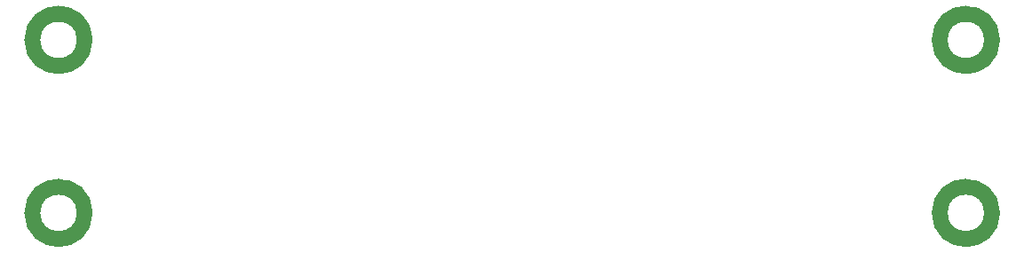
<source format=gbr>
G04 #@! TF.GenerationSoftware,KiCad,Pcbnew,5.1.8-db9833491~87~ubuntu20.04.1*
G04 #@! TF.CreationDate,2020-12-10T20:17:47-08:00*
G04 #@! TF.ProjectId,casing,63617369-6e67-42e6-9b69-6361645f7063,rev?*
G04 #@! TF.SameCoordinates,Original*
G04 #@! TF.FileFunction,Soldermask,Bot*
G04 #@! TF.FilePolarity,Negative*
%FSLAX46Y46*%
G04 Gerber Fmt 4.6, Leading zero omitted, Abs format (unit mm)*
G04 Created by KiCad (PCBNEW 5.1.8-db9833491~87~ubuntu20.04.1) date 2020-12-10 20:17:47*
%MOMM*%
%LPD*%
G01*
G04 APERTURE LIST*
%ADD10C,1.500000*%
G04 APERTURE END LIST*
D10*
X127800000Y-139000000D02*
G75*
G03*
X127800000Y-139000000I-2500000J0D01*
G01*
X127800000Y-155500000D02*
G75*
G03*
X127800000Y-155500000I-2500000J0D01*
G01*
X214300000Y-155500000D02*
G75*
G03*
X214300000Y-155500000I-2500000J0D01*
G01*
X214300000Y-139000000D02*
G75*
G03*
X214300000Y-139000000I-2500000J0D01*
G01*
X127800000Y-139000000D02*
G75*
G03*
X127800000Y-139000000I-2500000J0D01*
G01*
X127800000Y-155500000D02*
G75*
G03*
X127800000Y-155500000I-2500000J0D01*
G01*
X214300000Y-155500000D02*
G75*
G03*
X214300000Y-155500000I-2500000J0D01*
G01*
X214300000Y-139000000D02*
G75*
G03*
X214300000Y-139000000I-2500000J0D01*
G01*
M02*

</source>
